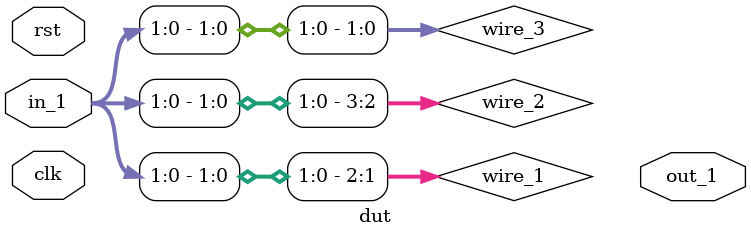
<source format=sv>
/*
 * Created on Tue Jan 18 2022
 *
 * Copyright (c) 2022 IOA UCAS
 *
 * @Filename:	 dut.v
 * @Author:		 Jiawei Lin
 * @Last edit:	 10:15:35
 */
`resetall
`timescale 1ns / 1ps
`default_nettype none

/*
 * FracTCAM with match table and output and gate. 
 */
module dut #(
	parameter WIDTH = 5,
	parameter DEPTH = 64
) (
	input  wire clk,
	input  wire rst,
	input  wire [WIDTH*DEPTH-1:0] in_1,
	output wire [DEPTH-1:0] out_1
);

parameter CL_WIDTH = $clog2(WIDTH);

wire [WIDTH-1:0] wire_1, wire_2, wire_3;

assign wire_1[2 -: 2] = in_1[1:0];
assign wire_2[2 +: 2] = in_1[1:0];
assign wire_3[0:1] = in_1[1:0];


endmodule

`resetall
</source>
